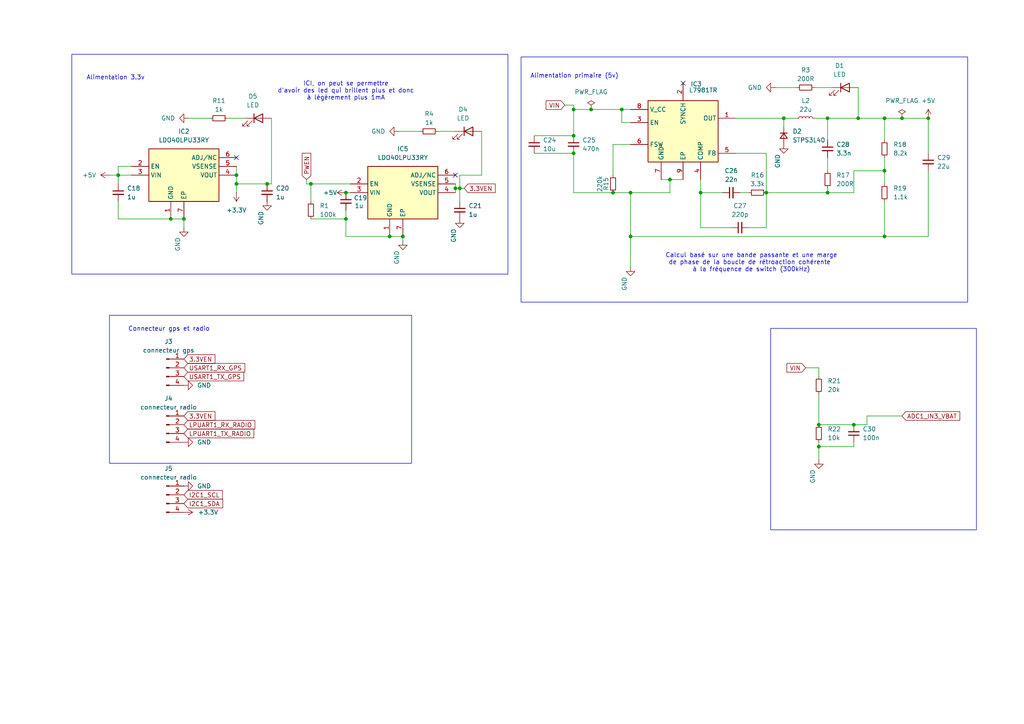
<source format=kicad_sch>
(kicad_sch (version 20250114) (generator "eeschema") (generator_version "9.0")
  (paper "A4")
  (lib_symbols
    (symbol "Connector:Conn_01x04_Pin" (pin_names (offset 1.016) (hide yes))
      (property "Reference" "J" (at 0 5.08 0))
      (property "Value" "Conn_01x04_Pin" (at 0 -7.62 0))
      (symbol "Conn_01x04_Pin_1_1"
        (rectangle (start 0.8636 2.667) (end 0 2.413) (stroke (width 0.1524)) (fill (type outline)))
        (rectangle (start 0.8636 0.127) (end 0 -0.127) (stroke (width 0.1524)) (fill (type outline)))
        (rectangle (start 0.8636 -2.413) (end 0 -2.667) (stroke (width 0.1524)) (fill (type outline)))
        (rectangle (start 0.8636 -4.953) (end 0 -5.207) (stroke (width 0.1524)) (fill (type outline)))
        (polyline (pts (xy 1.27 2.54) (xy 0.8636 2.54)) (stroke (width 0.1524)))
        (polyline (pts (xy 1.27 0) (xy 0.8636 0)) (stroke (width 0.1524)))
        (polyline (pts (xy 1.27 -2.54) (xy 0.8636 -2.54)) (stroke (width 0.1524)))
        (polyline (pts (xy 1.27 -5.08) (xy 0.8636 -5.08)) (stroke (width 0.1524)))
        (pin passive line (at 5.08 2.54 180) (length 3.81) (name "Pin_1") (number "1"))
        (pin passive line (at 5.08 0 180) (length 3.81) (name "Pin_2") (number "2"))
        (pin passive line (at 5.08 -2.54 180) (length 3.81) (name "Pin_3") (number "3"))
        (pin passive line (at 5.08 -5.08 180) (length 3.81) (name "Pin_4") (number "4"))
      )
    )
    (symbol "Device:C_Small" (pin_numbers (hide yes)) (pin_names (offset 0.254) (hide yes))
      (property "Reference" "C" (at 0.254 1.778 0))
      (property "Value" "C_Small" (at 0.254 -2.032 0))
      (symbol "C_Small_0_1"
        (polyline (pts (xy -1.524 0.508) (xy 1.524 0.508)) (stroke (width 0.3048)))
        (polyline (pts (xy -1.524 -0.508) (xy 1.524 -0.508)) (stroke (width 0.3302)))
      )
      (symbol "C_Small_1_1"
        (pin passive line (at 0 2.54 270) (length 2.032) (name "~") (number "1"))
        (pin passive line (at 0 -2.54 90) (length 2.032) (name "~") (number "2"))
      )
    )
    (symbol "Device:D_Small" (pin_numbers (hide yes)) (pin_names (offset 0.254) (hide yes))
      (property "Reference" "D" (at -1.27 2.032 0))
      (property "Value" "D_Small" (at -3.81 -2.032 0))
      (symbol "D_Small_0_1"
        (polyline (pts (xy -0.762 0) (xy 0.762 0)))
        (polyline (pts (xy -0.762 -1.016) (xy -0.762 1.016)) (stroke (width 0.254)))
        (polyline (pts (xy 0.762 -1.016) (xy -0.762 0) (xy 0.762 1.016) (xy 0.762 -1.016)) (stroke (width 0.254)))
      )
      (symbol "D_Small_1_1"
        (pin passive line (at -2.54 0 0) (length 1.778) (name "K") (number "1"))
        (pin passive line (at 2.54 0 180) (length 1.778) (name "A") (number "2"))
      )
    )
    (symbol "Device:LED" (pin_numbers (hide yes)) (pin_names (offset 1.016) (hide yes))
      (property "Reference" "D" (at 0 2.54 0))
      (property "Value" "LED" (at 0 -2.54 0))
      (symbol "LED_0_1"
        (polyline (pts (xy -3.048 -0.762) (xy -4.572 -2.286) (xy -3.81 -2.286) (xy -4.572 -2.286) (xy -4.572 -1.524)))
        (polyline (pts (xy -1.778 -0.762) (xy -3.302 -2.286) (xy -2.54 -2.286) (xy -3.302 -2.286) (xy -3.302 -1.524)))
        (polyline (pts (xy -1.27 0) (xy 1.27 0)))
        (polyline (pts (xy -1.27 -1.27) (xy -1.27 1.27)) (stroke (width 0.254)))
        (polyline (pts (xy 1.27 -1.27) (xy 1.27 1.27) (xy -1.27 0) (xy 1.27 -1.27)) (stroke (width 0.254)))
      )
      (symbol "LED_1_1"
        (pin passive line (at -3.81 0 0) (length 2.54) (name "K") (number "1"))
        (pin passive line (at 3.81 0 180) (length 2.54) (name "A") (number "2"))
      )
    )
    (symbol "Device:L_Small" (pin_numbers (hide yes)) (pin_names (offset 0.254) (hide yes))
      (property "Reference" "L" (at 0.762 1.016 0))
      (property "Value" "L_Small" (at 0.762 -1.016 0))
      (symbol "L_Small_0_1"
        (arc (start 0 2.032) (mid 0.5058 1.524) (end 0 1.016))
        (arc (start 0 1.016) (mid 0.5058 0.508) (end 0 0))
        (arc (start 0 0) (mid 0.5058 -0.508) (end 0 -1.016))
        (arc (start 0 -1.016) (mid 0.5058 -1.524) (end 0 -2.032))
      )
      (symbol "L_Small_1_1"
        (pin passive line (at 0 2.54 270) (length 0.508) (name "~") (number "1"))
        (pin passive line (at 0 -2.54 90) (length 0.508) (name "~") (number "2"))
      )
    )
    (symbol "Device:R_Small" (pin_numbers (hide yes)) (pin_names (offset 0.254) (hide yes))
      (property "Reference" "R" (at 0.762 0.508 0))
      (property "Value" "R_Small" (at 0.762 -1.016 0))
      (symbol "R_Small_0_1"
        (rectangle (start -0.762 1.778) (end 0.762 -1.778) (stroke (width 0.2032)))
      )
      (symbol "R_Small_1_1"
        (pin passive line (at 0 2.54 270) (length 0.762) (name "~") (number "1"))
        (pin passive line (at 0 -2.54 90) (length 0.762) (name "~") (number "2"))
      )
    )
    (symbol "L7981TR_1"
      (property "Reference" "IC" (at 26.67 7.62 0))
      (property "Value" "L7981TR" (at 26.67 5.08 0))
      (symbol "L7981TR_1_1_1"
        (rectangle (start 5.08 2.54) (end 25.4 -15.24) (stroke (width 0.254)) (fill (type background)))
        (pin passive line (at 0 0 0) (length 5.08) (name "V_CC") (number "8"))
        (pin passive line (at 0 -3.81 0) (length 5.08) (name "EN") (number "3"))
        (pin passive line (at 0 -10.16 0) (length 5.08) (name "FSW") (number "6"))
        (pin passive line (at 8.89 -20.32 90) (length 5.08) (name "GND") (number "7"))
        (pin passive line (at 15.24 7.62 270) (length 5.08) (name "SYNCH") (number "2"))
        (pin passive line (at 15.24 -20.32 90) (length 5.08) (name "EP") (number "9"))
        (pin passive line (at 20.32 -20.32 90) (length 5.08) (name "COMP") (number "4"))
        (pin passive line (at 30.48 -2.54 180) (length 5.08) (name "OUT") (number "1"))
        (pin passive line (at 30.48 -12.7 180) (length 5.08) (name "FB") (number "5"))
      )
    )
    (symbol "LD040PURY:LDO40LPU33RY"
      (property "Reference" "IC5" (at 15.24 7.62 0))
      (property "Value" "LDO40LPU33RY" (at 15.24 5.08 0))
      (symbol "LDO40LPU33RY_1_1"
        (rectangle (start 5.08 2.54) (end 25.4 -12.7) (stroke (width 0.254)) (fill (type background)))
        (pin passive line (at 0 -2.54 0) (length 5.08) (name "EN") (number "2"))
        (pin passive line (at 0 -5.08 0) (length 5.08) (name "VIN") (number "3"))
        (pin passive line (at 11.43 -17.78 90) (length 5.08) (name "GND") (number "1"))
        (pin passive line (at 15.24 -17.78 90) (length 5.08) (name "EP") (number "7"))
        (pin passive line (at 30.48 0 180) (length 5.08) (name "ADJ/NC") (number "6"))
        (pin passive line (at 30.48 -2.54 180) (length 5.08) (name "VSENSE") (number "5"))
        (pin passive line (at 30.48 -5.08 180) (length 5.08) (name "VOUT") (number "4"))
      )
    )
    (symbol "LDO40LPU33RY_1"
      (property "Reference" "IC2" (at 15.24 7.62 0))
      (property "Value" "LDO40LPU33RY" (at 15.24 5.08 0))
      (symbol "LDO40LPU33RY_1_1_1"
        (rectangle (start 5.08 2.54) (end 25.4 -12.7) (stroke (width 0.254)) (fill (type background)))
        (pin passive line (at 0 -2.54 0) (length 5.08) (name "EN") (number "2"))
        (pin passive line (at 0 -5.08 0) (length 5.08) (name "VIN") (number "3"))
        (pin passive line (at 11.43 -17.78 90) (length 5.08) (name "GND") (number "1"))
        (pin passive line (at 15.24 -17.78 90) (length 5.08) (name "EP") (number "7"))
        (pin passive line (at 30.48 0 180) (length 5.08) (name "ADJ/NC") (number "6"))
        (pin passive line (at 30.48 -2.54 180) (length 5.08) (name "VSENSE") (number "5"))
        (pin passive line (at 30.48 -5.08 180) (length 5.08) (name "VOUT") (number "4"))
      )
    )
    (symbol "power:+3.3V" (power) (pin_numbers (hide yes)) (pin_names (offset 0) (hide yes))
      (property "Value" "+3.3V" (at 0 3.556 0))
      (symbol "+3.3V_0_1"
        (polyline (pts (xy -0.762 1.27) (xy 0 2.54)))
        (polyline (pts (xy 0 2.54) (xy 0.762 1.27)))
        (polyline (pts (xy 0 0) (xy 0 2.54)))
      )
      (symbol "+3.3V_1_1"
        (pin power_in line (at 0 0 90) (length 0) (name "~") (number "1"))
      )
    )
    (symbol "power:+5V" (power) (pin_numbers (hide yes)) (pin_names (offset 0) (hide yes))
      (property "Value" "+5V" (at 0 3.556 0))
      (symbol "+5V_0_1"
        (polyline (pts (xy -0.762 1.27) (xy 0 2.54)))
        (polyline (pts (xy 0 2.54) (xy 0.762 1.27)))
        (polyline (pts (xy 0 0) (xy 0 2.54)))
      )
      (symbol "+5V_1_1"
        (pin power_in line (at 0 0 90) (length 0) (name "~") (number "1"))
      )
    )
    (symbol "power:GND" (power) (pin_numbers (hide yes)) (pin_names (offset 0) (hide yes))
      (property "Value" "GND" (at 0 -3.81 0))
      (symbol "GND_0_1"
        (polyline (pts (xy 0 0) (xy 0 -1.27) (xy 1.27 -1.27) (xy 0 -2.54) (xy -1.27 -1.27) (xy 0 -1.27)))
      )
      (symbol "GND_1_1"
        (pin power_in line (at 0 0 270) (length 0) (name "~") (number "1"))
      )
    )
    (symbol "power:PWR_FLAG" (power) (pin_numbers (hide yes)) (pin_names (offset 0) (hide yes))
      (property "Value" "PWR_FLAG" (at 0 3.81 0))
      (symbol "PWR_FLAG_0_0"
        (pin power_out line (at 0 0 90) (length 0) (name "~") (number "1"))
      )
      (symbol "PWR_FLAG_0_1"
        (polyline (pts (xy 0 0) (xy 0 1.27) (xy -1.016 1.905) (xy 0 2.54) (xy 1.016 1.905) (xy 0 1.27)))
      )
    )
  )
  (rectangle (start 151.13 16.51) (end 280.67 87.63))
  (rectangle (start 20.828 15.748) (end 147.32 79.502))
  (rectangle (start 223.52 95.25) (end 283.21 153.67))
  (rectangle (start 31.75 91.44) (end 119.38 134.366))
  (text "Alimentation primaire (5v)" (at 166.624 22.098 0) (effects (font (size 1.27 1.27))))
  (text "Alimentation 3.3v" (at 33.528 22.606 0) (effects (font (size 1.27 1.27))))
  (text "Connecteur gps et radio" (at 49.022 95.504 0) (effects (font (size 1.27 1.27))))
  (text "ICI, on peut se permettre\nd'avoir des led qui brillent plus et donc\nà légèrement plus 1mA" (at 100.33 26.416 0) (effects (font (size 1.27 1.27))))
  (text "Calcul basé sur une bande passante et une marge\nde phase de la boucle de rétroaction cohérente \nà la fréquence de switch (300kHz)" (at 217.932 76.2 0) (effects (font (size 1.27 1.27))))
  (junction (at 68.58 53.34))
  (junction (at 171.45 31.75))
  (junction (at 77.47 53.34))
  (junction (at 166.37 39.37))
  (junction (at 240.03 55.88))
  (junction (at 180.34 31.75))
  (junction (at 222.25 55.88))
  (junction (at 166.37 31.75))
  (junction (at 90.17 53.34))
  (junction (at 237.49 123.19))
  (junction (at 100.33 55.88))
  (junction (at 194.31 52.07))
  (junction (at 34.29 50.8))
  (junction (at 248.92 34.29))
  (junction (at 166.37 44.45))
  (junction (at 256.54 49.53))
  (junction (at 100.33 63.5))
  (junction (at 240.03 34.29))
  (junction (at 182.88 68.58))
  (junction (at 182.88 55.88))
  (junction (at 132.08 54.61))
  (junction (at 49.53 63.5))
  (junction (at 269.24 34.29))
  (junction (at 133.35 54.61))
  (junction (at 227.33 34.29))
  (junction (at 177.8 55.88))
  (junction (at 256.54 34.29))
  (junction (at 256.54 68.58))
  (junction (at 237.49 129.54))
  (junction (at 116.84 68.58))
  (junction (at 53.34 63.5))
  (junction (at 247.65 123.19))
  (junction (at 113.03 68.58))
  (junction (at 261.62 34.29))
  (junction (at 203.2 55.88))
  (junction (at 68.58 50.8))
  (no_connect (at 68.58 45.72))
  (no_connect (at 132.08 50.8))
  (no_connect (at 198.12 24.13))
  (wire (pts (xy 247.65 55.88) (xy 247.65 49.53)))
  (wire (pts (xy 133.35 54.61) (xy 134.62 54.61)))
  (wire (pts (xy 237.49 106.68) (xy 233.68 106.68)))
  (wire (pts (xy 177.8 41.91) (xy 177.8 50.8)))
  (wire (pts (xy 251.46 120.65) (xy 251.46 123.19)))
  (wire (pts (xy 247.65 49.53) (xy 256.54 49.53)))
  (wire (pts (xy 240.03 34.29) (xy 240.03 40.64)))
  (wire (pts (xy 236.22 25.4) (xy 241.3 25.4)))
  (wire (pts (xy 132.08 54.61) (xy 133.35 54.61)))
  (wire (pts (xy 191.77 52.07) (xy 194.31 52.07)))
  (wire (pts (xy 237.49 128.27) (xy 237.49 129.54)))
  (wire (pts (xy 34.29 50.8) (xy 38.1 50.8)))
  (wire (pts (xy 182.88 35.56) (xy 180.34 35.56)))
  (wire (pts (xy 166.37 30.48) (xy 163.83 30.48)))
  (wire (pts (xy 31.75 50.8) (xy 34.29 50.8)))
  (wire (pts (xy 237.49 109.22) (xy 237.49 106.68)))
  (wire (pts (xy 222.25 44.45) (xy 222.25 55.88)))
  (wire (pts (xy 248.92 34.29) (xy 240.03 34.29)))
  (wire (pts (xy 182.88 41.91) (xy 177.8 41.91)))
  (wire (pts (xy 133.35 54.61) (xy 133.35 58.42)))
  (wire (pts (xy 261.62 34.29) (xy 256.54 34.29)))
  (wire (pts (xy 180.34 31.75) (xy 171.45 31.75)))
  (wire (pts (xy 222.25 55.88) (xy 240.03 55.88)))
  (wire (pts (xy 182.88 77.47) (xy 182.88 68.58)))
  (wire (pts (xy 139.7 38.1) (xy 139.7 50.8)))
  (wire (pts (xy 54.61 34.29) (xy 60.96 34.29)))
  (wire (pts (xy 100.33 60.96) (xy 100.33 63.5)))
  (wire (pts (xy 194.31 52.07) (xy 198.12 52.07)))
  (wire (pts (xy 194.31 55.88) (xy 194.31 52.07)))
  (wire (pts (xy 203.2 55.88) (xy 209.55 55.88)))
  (wire (pts (xy 139.7 50.8) (xy 133.35 50.8)))
  (wire (pts (xy 269.24 34.29) (xy 261.62 34.29)))
  (wire (pts (xy 68.58 48.26) (xy 68.58 50.8)))
  (wire (pts (xy 213.36 44.45) (xy 222.25 44.45)))
  (wire (pts (xy 53.34 66.04) (xy 53.34 63.5)))
  (wire (pts (xy 154.94 39.37) (xy 166.37 39.37)))
  (wire (pts (xy 237.49 129.54) (xy 237.49 133.35)))
  (wire (pts (xy 256.54 58.42) (xy 256.54 68.58)))
  (wire (pts (xy 203.2 66.04) (xy 203.2 55.88)))
  (wire (pts (xy 182.88 68.58) (xy 182.88 55.88)))
  (wire (pts (xy 256.54 68.58) (xy 269.24 68.58)))
  (wire (pts (xy 227.33 34.29) (xy 227.33 36.83)))
  (wire (pts (xy 100.33 68.58) (xy 113.03 68.58)))
  (wire (pts (xy 68.58 53.34) (xy 68.58 55.88)))
  (wire (pts (xy 34.29 58.42) (xy 34.29 63.5)))
  (wire (pts (xy 133.35 50.8) (xy 133.35 54.61)))
  (wire (pts (xy 240.03 55.88) (xy 240.03 54.61)))
  (wire (pts (xy 100.33 55.88) (xy 101.6 55.88)))
  (wire (pts (xy 166.37 31.75) (xy 166.37 39.37)))
  (wire (pts (xy 247.65 128.27) (xy 247.65 129.54)))
  (wire (pts (xy 237.49 114.3) (xy 237.49 123.19)))
  (wire (pts (xy 113.03 68.58) (xy 116.84 68.58)))
  (wire (pts (xy 116.84 69.85) (xy 116.84 68.58)))
  (wire (pts (xy 212.09 66.04) (xy 203.2 66.04)))
  (wire (pts (xy 171.45 31.75) (xy 166.37 31.75)))
  (wire (pts (xy 256.54 68.58) (xy 182.88 68.58)))
  (wire (pts (xy 182.88 55.88) (xy 194.31 55.88)))
  (wire (pts (xy 166.37 30.48) (xy 166.37 31.75)))
  (wire (pts (xy 240.03 55.88) (xy 247.65 55.88)))
  (wire (pts (xy 68.58 50.8) (xy 68.58 53.34)))
  (wire (pts (xy 90.17 53.34) (xy 101.6 53.34)))
  (wire (pts (xy 132.08 53.34) (xy 132.08 54.61)))
  (wire (pts (xy 203.2 55.88) (xy 203.2 52.07)))
  (wire (pts (xy 49.53 63.5) (xy 53.34 63.5)))
  (wire (pts (xy 182.88 31.75) (xy 180.34 31.75)))
  (wire (pts (xy 88.9 52.07) (xy 88.9 53.34)))
  (wire (pts (xy 90.17 53.34) (xy 90.17 58.42)))
  (wire (pts (xy 115.57 38.1) (xy 121.92 38.1)))
  (wire (pts (xy 127 38.1) (xy 132.08 38.1)))
  (wire (pts (xy 78.74 34.29) (xy 78.74 53.34)))
  (wire (pts (xy 34.29 63.5) (xy 49.53 63.5)))
  (wire (pts (xy 256.54 49.53) (xy 256.54 53.34)))
  (wire (pts (xy 256.54 45.72) (xy 256.54 49.53)))
  (wire (pts (xy 269.24 68.58) (xy 269.24 49.53)))
  (wire (pts (xy 240.03 45.72) (xy 240.03 49.53)))
  (wire (pts (xy 247.65 129.54) (xy 237.49 129.54)))
  (wire (pts (xy 261.62 120.65) (xy 251.46 120.65)))
  (wire (pts (xy 88.9 53.34) (xy 90.17 53.34)))
  (wire (pts (xy 68.58 53.34) (xy 77.47 53.34)))
  (wire (pts (xy 237.49 123.19) (xy 247.65 123.19)))
  (wire (pts (xy 227.33 34.29) (xy 231.14 34.29)))
  (wire (pts (xy 34.29 50.8) (xy 34.29 53.34)))
  (wire (pts (xy 132.08 54.61) (xy 132.08 55.88)))
  (wire (pts (xy 34.29 48.26) (xy 34.29 50.8)))
  (wire (pts (xy 251.46 123.19) (xy 247.65 123.19)))
  (wire (pts (xy 180.34 35.56) (xy 180.34 31.75)))
  (wire (pts (xy 154.94 44.45) (xy 166.37 44.45)))
  (wire (pts (xy 166.37 55.88) (xy 177.8 55.88)))
  (wire (pts (xy 213.36 34.29) (xy 227.33 34.29)))
  (wire (pts (xy 100.33 63.5) (xy 100.33 68.58)))
  (wire (pts (xy 166.37 44.45) (xy 166.37 55.88)))
  (wire (pts (xy 214.63 55.88) (xy 217.17 55.88)))
  (wire (pts (xy 78.74 53.34) (xy 77.47 53.34)))
  (wire (pts (xy 236.22 34.29) (xy 240.03 34.29)))
  (wire (pts (xy 248.92 25.4) (xy 248.92 34.29)))
  (wire (pts (xy 38.1 48.26) (xy 34.29 48.26)))
  (wire (pts (xy 256.54 34.29) (xy 248.92 34.29)))
  (wire (pts (xy 66.04 34.29) (xy 71.12 34.29)))
  (wire (pts (xy 177.8 55.88) (xy 182.88 55.88)))
  (wire (pts (xy 90.17 63.5) (xy 100.33 63.5)))
  (wire (pts (xy 222.25 66.04) (xy 217.17 66.04)))
  (wire (pts (xy 224.79 25.4) (xy 231.14 25.4)))
  (wire (pts (xy 269.24 44.45) (xy 269.24 34.29)))
  (wire (pts (xy 222.25 55.88) (xy 222.25 66.04)))
  (wire (pts (xy 256.54 40.64) (xy 256.54 34.29)))
  (global_label "LPUART1_RX_RADIO" (shape input) (at 53.34 123.19 0) (property "Intersheetrefs" "${INTERSHEET_REFS}" (effects (hide yes))))
  (global_label "3.3VEN" (shape input) (at 53.34 120.65 0) (property "Intersheetrefs" "${INTERSHEET_REFS}" (effects (hide yes))))
  (global_label "VIN" (shape input) (at 233.68 106.68 180) (property "Intersheetrefs" "${INTERSHEET_REFS}" (effects (hide yes))))
  (global_label "USART1_TX_GPS" (shape input) (at 53.34 109.22 0) (property "Intersheetrefs" "${INTERSHEET_REFS}" (effects (hide yes))))
  (global_label "3.3VEN" (shape input) (at 134.62 54.61 0) (property "Intersheetrefs" "${INTERSHEET_REFS}" (effects (hide yes))))
  (global_label "I2C1_SCL" (shape input) (at 53.34 143.51 0) (property "Intersheetrefs" "${INTERSHEET_REFS}" (effects (hide yes))))
  (global_label "USART1_RX_GPS" (shape input) (at 53.34 106.68 0) (property "Intersheetrefs" "${INTERSHEET_REFS}" (effects (hide yes))))
  (global_label "ADC1_IN3_VBAT" (shape input) (at 261.62 120.65 0) (property "Intersheetrefs" "${INTERSHEET_REFS}" (effects (hide yes))))
  (global_label "VIN" (shape input) (at 163.83 30.48 180) (property "Intersheetrefs" "${INTERSHEET_REFS}" (effects (hide yes))))
  (global_label "I2C1_SDA" (shape input) (at 53.34 146.05 0) (property "Intersheetrefs" "${INTERSHEET_REFS}" (effects (hide yes))))
  (global_label "3.3VEN" (shape input) (at 53.34 104.14 0) (property "Intersheetrefs" "${INTERSHEET_REFS}" (effects (hide yes))))
  (global_label "PWEN" (shape input) (at 88.9 52.07 90) (property "Intersheetrefs" "${INTERSHEET_REFS}" (effects (hide yes))))
  (global_label "LPUART1_TX_RADIO" (shape input) (at 53.34 125.73 0) (property "Intersheetrefs" "${INTERSHEET_REFS}" (effects (hide yes))))
  (symbol (lib_id "Device:D_Small") (at 227.33 39.37 270) (unit 1)
    (property "Reference" "D2" (at 229.87 38.0999 90) (effects (justify left)))
    (property "Value" "STPS3L40" (at 229.87 40.6399 90) (effects (justify left)))
    (property "Footprint" "Diode_SMD:D_SMB_Handsoldering" (effects (hide yes)))
    (property "Description" "Diode, small symbol" (effects (hide yes)))
    (property "Sim.Device" "D" (effects (hide yes)))
    (property "Sim.Pins" "1=K 2=A" (effects (hide yes)))
  )
  (symbol (lib_id "power:GND") (at 224.79 25.4 270) (unit 1)
    (property "Reference" "#PWR04" (effects (hide yes)))
    (property "Value" "GND" (at 220.98 25.3999 90) (effects (justify right)))
    (property "Description" "Power symbol creates a global label with name \"GND\" , ground" (effects (hide yes)))
  )
  (symbol (lib_id "power:GND") (at 237.49 133.35 0) (unit 1)
    (property "Reference" "#PWR039" (effects (hide yes)))
    (property "Value" "GND" (at 235.712 136.144 90) (effects (justify right)))
    (property "Description" "Power symbol creates a global label with name \"GND\" , ground" (effects (hide yes)))
  )
  (symbol (lib_id "Device:C_Small") (at 133.35 60.96 0) (unit 1)
    (property "Reference" "C21" (at 135.89 59.6962 0) (effects (justify left)))
    (property "Value" "1u" (at 135.89 62.2362 0) (effects (justify left)))
    (property "Footprint" "Capacitor_SMD:C_0402_1005Metric_Pad0.74x0.62mm_HandSolder" (effects (hide yes)))
    (property "Description" "Unpolarized capacitor, small symbol" (effects (hide yes)))
  )
  (symbol (lib_id "Device:R_Small") (at 240.03 52.07 0) (unit 1)
    (property "Reference" "R17" (at 242.57 50.7999 0) (effects (justify left)))
    (property "Value" "200R" (at 242.57 53.3399 0) (effects (justify left)))
    (property "Footprint" "Resistor_SMD:R_0402_1005Metric_Pad0.72x0.64mm_HandSolder" (effects (hide yes)))
    (property "Description" "Resistor, small symbol" (effects (hide yes)))
  )
  (symbol (lib_id "power:+5V") (at 269.24 34.29 0) (unit 1)
    (property "Reference" "#PWR029" (effects (hide yes)))
    (property "Value" "+5V" (at 269.24 29.21 0))
    (property "Description" "Power symbol creates a global label with name \"+5V\"" (effects (hide yes)))
  )
  (symbol (lib_id "power:GND") (at 53.34 111.76 90) (unit 1)
    (property "Reference" "#PWR049" (effects (hide yes)))
    (property "Value" "GND" (at 57.15 111.7599 90) (effects (justify right)))
    (property "Description" "Power symbol creates a global label with name \"GND\" , ground" (effects (hide yes)))
  )
  (symbol (lib_id "Device:LED") (at 135.89 38.1 0) (unit 1)
    (property "Reference" "D4" (at 134.3025 31.75 0))
    (property "Value" "LED" (at 134.3025 34.29 0))
    (property "Footprint" "LED_SMD:LED_0603_1608Metric_Pad1.05x0.95mm_HandSolder" (effects (hide yes)))
    (property "Description" "Light emitting diode" (effects (hide yes)))
  )
  (symbol (lib_id "power:GND") (at 53.34 66.04 0) (unit 1)
    (property "Reference" "#PWR045" (effects (hide yes)))
    (property "Value" "GND" (at 51.562 68.834 90) (effects (justify right)))
    (property "Description" "Power symbol creates a global label with name \"GND\" , ground" (effects (hide yes)))
  )
  (symbol (lib_id "Device:LED") (at 245.11 25.4 0) (unit 1)
    (property "Reference" "D1" (at 243.5225 19.05 0))
    (property "Value" "LED" (at 243.5225 21.59 0))
    (property "Footprint" "LED_SMD:LED_0603_1608Metric_Pad1.05x0.95mm_HandSolder" (effects (hide yes)))
    (property "Description" "Light emitting diode" (effects (hide yes)))
  )
  (symbol (lib_id "power:GND") (at 182.88 77.47 0) (unit 1)
    (property "Reference" "#PWR025" (effects (hide yes)))
    (property "Value" "GND" (at 181.102 80.264 90) (effects (justify right)))
    (property "Description" "Power symbol creates a global label with name \"GND\" , ground" (effects (hide yes)))
  )
  (symbol (lib_id "Device:R_Small") (at 256.54 43.18 0) (unit 1)
    (property "Reference" "R18" (at 259.08 41.9099 0) (effects (justify left)))
    (property "Value" "8.2k" (at 259.08 44.4499 0) (effects (justify left)))
    (property "Footprint" "Resistor_SMD:R_0402_1005Metric_Pad0.72x0.64mm_HandSolder" (effects (hide yes)))
    (property "Description" "Resistor, small symbol" (effects (hide yes)))
  )
  (symbol (lib_id "Device:R_Small") (at 124.46 38.1 90) (unit 1)
    (property "Reference" "R4" (at 124.46 33.02 90))
    (property "Value" "1k" (at 124.46 35.56 90))
    (property "Footprint" "Resistor_SMD:R_0402_1005Metric_Pad0.72x0.64mm_HandSolder" (effects (hide yes)))
    (property "Description" "Resistor, small symbol" (effects (hide yes)))
  )
  (symbol (lib_id "power:PWR_FLAG") (at 261.62 34.29 0) (unit 1)
    (property "Reference" "#FLG05" (effects (hide yes)))
    (property "Value" "PWR_FLAG" (at 261.62 29.21 0))
    (property "Description" "Special symbol for telling ERC where power comes from" (effects (hide yes)))
  )
  (symbol (lib_id "Device:R_Small") (at 90.17 60.96 0) (unit 1)
    (property "Reference" "R1" (at 92.71 59.6899 0) (effects (justify left)))
    (property "Value" "100k" (at 92.71 62.2299 0) (effects (justify left)))
    (property "Footprint" "Resistor_SMD:R_0402_1005Metric_Pad0.72x0.64mm_HandSolder" (effects (hide yes)))
    (property "Description" "Resistor, small symbol" (effects (hide yes)))
  )
  (symbol (lib_name "L7981TR_1") (lib_id "L7981TR:L7981TR") (at 182.88 31.75 0) (unit 1)
    (property "Reference" "IC3" (at 201.93 24.384 0))
    (property "Value" "L7981TR" (at 203.962 26.162 0))
    (property "Footprint" "L7981:SON50P300X300X100-9N-D" (effects (hide yes)))
    (property "Datasheet" "https://www.st.com/resource/en/datasheet/l7981.pdf" (effects (hide yes)))
    (property "Description" "Conv DC-DC 4.5V to 28V Synchronous Step Down Single-Out 0.6V to 28V 3A 8-Pin VFQFPN T/R" (effects (hide yes)))
    (property "Height" "1" (effects (hide yes)))
    (property "Manufacturer_Name" "STMicroelectronics" (effects (hide yes)))
    (property "Manufacturer_Part_Number" "L7981TR" (effects (hide yes)))
    (property "Mouser Part Number" "511-L7981TR" (effects (hide yes)))
    (property "Mouser Price/Stock" "https://www.mouser.co.uk/ProductDetail/STMicroelectronics/L7981TR?qs=G5few1MRhWqTaPtAUnDRAw%3D%3D" (effects (hide yes)))
    (property "Arrow Part Number" "L7981TR" (effects (hide yes)))
    (property "Arrow Price/Stock" "https://www.arrow.com/en/products/l7981tr/stmicroelectronics" (effects (hide yes)))
  )
  (symbol (lib_id "power:GND") (at 53.34 140.97 90) (unit 1)
    (property "Reference" "#PWR036" (effects (hide yes)))
    (property "Value" "GND" (at 57.15 140.9699 90) (effects (justify right)))
    (property "Description" "Power symbol creates a global label with name \"GND\" , ground" (effects (hide yes)))
  )
  (symbol (lib_id "Device:C_Small") (at 77.47 55.88 0) (unit 1)
    (property "Reference" "C20" (at 80.01 54.6162 0) (effects (justify left)))
    (property "Value" "1u" (at 80.01 57.1562 0) (effects (justify left)))
    (property "Footprint" "Capacitor_SMD:C_0402_1005Metric_Pad0.74x0.62mm_HandSolder" (effects (hide yes)))
    (property "Description" "Unpolarized capacitor, small symbol" (effects (hide yes)))
  )
  (symbol (lib_id "Device:C_Small") (at 212.09 55.88 90) (unit 1)
    (property "Reference" "C26" (at 212.0963 49.53 90))
    (property "Value" "22n" (at 212.0963 52.07 90))
    (property "Footprint" "Capacitor_SMD:C_0402_1005Metric_Pad0.74x0.62mm_HandSolder" (effects (hide yes)))
    (property "Description" "Unpolarized capacitor, small symbol" (effects (hide yes)))
  )
  (symbol (lib_id "Connector:Conn_01x04_Pin") (at 48.26 123.19 0) (unit 1)
    (property "Reference" "J4" (at 48.895 115.57 0))
    (property "Value" "connecteur radio" (at 48.895 118.11 0))
    (property "Footprint" "Connector_JST:JST_SH_BM04B-SRSS-TB_1x04-1MP_P1.00mm_Vertical" (effects (hide yes)))
    (property "Description" "Generic connector, single row, 01x04, script generated" (effects (hide yes)))
  )
  (symbol (lib_id "Device:C_Small") (at 166.37 41.91 0) (unit 1)
    (property "Reference" "C25" (at 168.91 40.6462 0) (effects (justify left)))
    (property "Value" "470n" (at 168.91 43.1862 0) (effects (justify left)))
    (property "Footprint" "Capacitor_SMD:C_0402_1005Metric_Pad0.74x0.62mm_HandSolder" (effects (hide yes)))
    (property "Description" "Unpolarized capacitor, small symbol" (effects (hide yes)))
  )
  (symbol (lib_id "Device:L_Small") (at 233.68 34.29 90) (unit 1)
    (property "Reference" "L2" (at 233.68 29.21 90))
    (property "Value" "22u" (at 233.68 31.75 90))
    (property "Footprint" "inductancewurth:INDPM7373X340N" (effects (hide yes)))
    (property "Description" "Inductor, small symbol" (effects (hide yes)))
  )
  (symbol (lib_id "Device:R_Small") (at 219.71 55.88 90) (unit 1)
    (property "Reference" "R16" (at 219.71 50.8 90))
    (property "Value" "3.3k" (at 219.71 53.34 90))
    (property "Footprint" "Resistor_SMD:R_0402_1005Metric_Pad0.72x0.64mm_HandSolder" (effects (hide yes)))
    (property "Description" "Resistor, small symbol" (effects (hide yes)))
  )
  (symbol (lib_id "power:GND") (at 227.33 41.91 0) (unit 1)
    (property "Reference" "#PWR028" (effects (hide yes)))
    (property "Value" "GND" (at 225.552 44.704 90) (effects (justify right)))
    (property "Description" "Power symbol creates a global label with name \"GND\" , ground" (effects (hide yes)))
  )
  (symbol (lib_id "Device:C_Small") (at 269.24 46.99 0) (unit 1)
    (property "Reference" "C29" (at 271.78 45.7262 0) (effects (justify left)))
    (property "Value" "22u" (at 271.78 48.2662 0) (effects (justify left)))
    (property "Footprint" "Capacitor_SMD:C_1210_3225Metric_Pad1.33x2.70mm_HandSolder" (effects (hide yes)))
    (property "Description" "Unpolarized capacitor, small symbol" (effects (hide yes)))
  )
  (symbol (lib_id "Connector:Conn_01x04_Pin") (at 48.26 143.51 0) (unit 1)
    (property "Reference" "J5" (at 48.895 135.89 0))
    (property "Value" "connecteur radio" (at 48.895 138.43 0))
    (property "Footprint" "Connector_JST:JST_SH_BM04B-SRSS-TB_1x04-1MP_P1.00mm_Vertical" (effects (hide yes)))
    (property "Description" "Generic connector, single row, 01x04, script generated" (effects (hide yes)))
  )
  (symbol (lib_id "LD040PURY:LDO40LPU33RY") (at 101.6 50.8 0) (unit 1)
    (property "Reference" "IC5" (at 116.84 43.18 0))
    (property "Value" "LDO40LPU33RY" (at 116.84 45.72 0))
    (property "Footprint" "LDO40PURY:SON95P300X300X90-7N-D" (effects (hide yes)))
    (property "Datasheet" "https://www.st.com/resource/en/datasheet/ldo40l.pdf" (effects (hide yes)))
    (property "Description" "LDO Voltage Regulators POWER MANAGEMENT" (effects (hide yes)))
    (property "Height" "0.9" (effects (hide yes)))
    (property "Manufacturer_Name" "STMicroelectronics" (effects (hide yes)))
    (property "Manufacturer_Part_Number" "LDO40LPU33RY" (effects (hide yes)))
    (property "Mouser Part Number" "511-LDO40LPU33RY" (effects (hide yes)))
    (property "Mouser Price/Stock" "https://www.mouser.co.uk/ProductDetail/STMicroelectronics/LDO40LPU33RY?qs=qSfuJ%252Bfl%2Fd5qazWclm%2Ffpg%3D%3D" (effects (hide yes)))
    (property "Arrow Part Number" "LDO40LPU33RY" (effects (hide yes)))
    (property "Arrow Price/Stock" "https://www.arrow.com/en/products/ldo40lpu33ry/stmicroelectronics?utm_currency=USD&region=europe" (effects (hide yes)))
  )
  (symbol (lib_id "Device:C_Small") (at 34.29 55.88 0) (unit 1)
    (property "Reference" "C18" (at 36.83 54.6162 0) (effects (justify left)))
    (property "Value" "1u" (at 36.83 57.1562 0) (effects (justify left)))
    (property "Footprint" "Capacitor_SMD:C_0402_1005Metric_Pad0.74x0.62mm_HandSolder" (effects (hide yes)))
    (property "Description" "Unpolarized capacitor, small symbol" (effects (hide yes)))
  )
  (symbol (lib_id "Device:C_Small") (at 214.63 66.04 90) (unit 1)
    (property "Reference" "C27" (at 214.6363 59.69 90))
    (property "Value" "220p" (at 214.6363 62.23 90))
    (property "Footprint" "Capacitor_SMD:C_0402_1005Metric_Pad0.74x0.62mm_HandSolder" (effects (hide yes)))
    (property "Description" "Unpolarized capacitor, small symbol" (effects (hide yes)))
  )
  (symbol (lib_id "power:PWR_FLAG") (at 171.45 31.75 0) (unit 1)
    (property "Reference" "#FLG04" (effects (hide yes)))
    (property "Value" "PWR_FLAG" (at 171.45 26.67 0))
    (property "Description" "Special symbol for telling ERC where power comes from" (effects (hide yes)))
  )
  (symbol (lib_id "power:GND") (at 133.35 63.5 0) (unit 1)
    (property "Reference" "#PWR054" (effects (hide yes)))
    (property "Value" "GND" (at 131.572 66.294 90) (effects (justify right)))
    (property "Description" "Power symbol creates a global label with name \"GND\" , ground" (effects (hide yes)))
  )
  (symbol (lib_id "power:+3.3V") (at 68.58 55.88 180) (unit 1)
    (property "Reference" "#PWR027" (effects (hide yes)))
    (property "Value" "+3.3V" (at 68.58 60.96 0))
    (property "Description" "Power symbol creates a global label with name \"+3.3V\"" (effects (hide yes)))
  )
  (symbol (lib_id "power:GND") (at 77.47 58.42 0) (unit 1)
    (property "Reference" "#PWR053" (effects (hide yes)))
    (property "Value" "GND" (at 75.692 61.214 90) (effects (justify right)))
    (property "Description" "Power symbol creates a global label with name \"GND\" , ground" (effects (hide yes)))
  )
  (symbol (lib_id "power:GND") (at 115.57 38.1 270) (unit 1)
    (property "Reference" "#PWR05" (effects (hide yes)))
    (property "Value" "GND" (at 111.76 38.0999 90) (effects (justify right)))
    (property "Description" "Power symbol creates a global label with name \"GND\" , ground" (effects (hide yes)))
  )
  (symbol (lib_id "Device:R_Small") (at 237.49 111.76 180) (unit 1)
    (property "Reference" "R21" (at 240.03 110.4899 0) (effects (justify right)))
    (property "Value" "20k" (at 240.03 113.0299 0) (effects (justify right)))
    (property "Footprint" "Resistor_SMD:R_0402_1005Metric_Pad0.72x0.64mm_HandSolder" (effects (hide yes)))
    (property "Description" "Resistor, small symbol" (effects (hide yes)))
  )
  (symbol (lib_id "Device:R_Small") (at 233.68 25.4 90) (unit 1)
    (property "Reference" "R3" (at 233.68 20.32 90))
    (property "Value" "200R" (at 233.68 22.86 90))
    (property "Footprint" "Resistor_SMD:R_0402_1005Metric_Pad0.72x0.64mm_HandSolder" (effects (hide yes)))
    (property "Description" "Resistor, small symbol" (effects (hide yes)))
  )
  (symbol (lib_id "power:+5V") (at 100.33 55.88 90) (unit 1)
    (property "Reference" "#PWR026" (effects (hide yes)))
    (property "Value" "+5V" (at 95.758 55.88 90))
    (property "Description" "Power symbol creates a global label with name \"+5V\"" (effects (hide yes)))
  )
  (symbol (lib_id "Device:R_Small") (at 256.54 55.88 0) (unit 1)
    (property "Reference" "R19" (at 259.08 54.6099 0) (effects (justify left)))
    (property "Value" "1.1k" (at 259.08 57.1499 0) (effects (justify left)))
    (property "Footprint" "Resistor_SMD:R_0402_1005Metric_Pad0.72x0.64mm_HandSolder" (effects (hide yes)))
    (property "Description" "Resistor, small symbol" (effects (hide yes)))
  )
  (symbol (lib_id "Device:C_Small") (at 240.03 43.18 0) (unit 1)
    (property "Reference" "C28" (at 242.57 41.9162 0) (effects (justify left)))
    (property "Value" "3.3n" (at 242.57 44.4562 0) (effects (justify left)))
    (property "Footprint" "Capacitor_SMD:C_0402_1005Metric_Pad0.74x0.62mm_HandSolder" (effects (hide yes)))
    (property "Description" "Unpolarized capacitor, small symbol" (effects (hide yes)))
  )
  (symbol (lib_id "Device:R_Small") (at 177.8 53.34 0) (unit 1)
    (property "Reference" "R15" (at 175.768 53.34 90))
    (property "Value" "220k" (at 173.99 53.34 90))
    (property "Footprint" "Resistor_SMD:R_0402_1005Metric_Pad0.72x0.64mm_HandSolder" (effects (hide yes)))
    (property "Description" "Resistor, small symbol" (effects (hide yes)))
  )
  (symbol (lib_id "Device:C_Small") (at 154.94 41.91 0) (unit 1)
    (property "Reference" "C24" (at 157.48 40.6462 0) (effects (justify left)))
    (property "Value" "10u" (at 157.48 43.1862 0) (effects (justify left)))
    (property "Footprint" "Capacitor_SMD:C_1210_3225Metric_Pad1.33x2.70mm_HandSolder" (effects (hide yes)))
    (property "Description" "Unpolarized capacitor, small symbol" (effects (hide yes)))
  )
  (symbol (lib_id "Device:C_Small") (at 100.33 58.42 0) (unit 1)
    (property "Reference" "C19" (at 102.616 57.404 0) (effects (justify left)))
    (property "Value" "1u" (at 102.87 59.6962 0) (effects (justify left)))
    (property "Footprint" "Capacitor_SMD:C_0402_1005Metric_Pad0.74x0.62mm_HandSolder" (effects (hide yes)))
    (property "Description" "Unpolarized capacitor, small symbol" (effects (hide yes)))
  )
  (symbol (lib_id "power:GND") (at 116.84 69.85 0) (unit 1)
    (property "Reference" "#PWR052" (effects (hide yes)))
    (property "Value" "GND" (at 115.062 72.644 90) (effects (justify right)))
    (property "Description" "Power symbol creates a global label with name \"GND\" , ground" (effects (hide yes)))
  )
  (symbol (lib_id "Device:R_Small") (at 63.5 34.29 90) (unit 1)
    (property "Reference" "R11" (at 63.5 29.21 90))
    (property "Value" "1k" (at 63.5 31.75 90))
    (property "Footprint" "Resistor_SMD:R_0402_1005Metric_Pad0.72x0.64mm_HandSolder" (effects (hide yes)))
    (property "Description" "Resistor, small symbol" (effects (hide yes)))
  )
  (symbol (lib_id "Device:C_Small") (at 247.65 125.73 180) (unit 1)
    (property "Reference" "C30" (at 250.19 124.4535 0) (effects (justify right)))
    (property "Value" "100n" (at 250.19 126.9935 0) (effects (justify right)))
    (property "Footprint" "Capacitor_SMD:C_0402_1005Metric_Pad0.74x0.62mm_HandSolder" (effects (hide yes)))
    (property "Description" "Unpolarized capacitor, small symbol" (effects (hide yes)))
  )
  (symbol (lib_id "Device:R_Small") (at 237.49 125.73 180) (unit 1)
    (property "Reference" "R22" (at 240.03 124.4599 0) (effects (justify right)))
    (property "Value" "10k" (at 240.03 126.9999 0) (effects (justify right)))
    (property "Footprint" "Resistor_SMD:R_0402_1005Metric_Pad0.72x0.64mm_HandSolder" (effects (hide yes)))
    (property "Description" "Resistor, small symbol" (effects (hide yes)))
  )
  (symbol (lib_id "power:GND") (at 53.34 128.27 90) (unit 1)
    (property "Reference" "#PWR035" (effects (hide yes)))
    (property "Value" "GND" (at 57.15 128.2699 90) (effects (justify right)))
    (property "Description" "Power symbol creates a global label with name \"GND\" , ground" (effects (hide yes)))
  )
  (symbol (lib_name "LDO40LPU33RY_1") (lib_id "LD040PURY:LDO40LPU33RY") (at 38.1 45.72 0) (unit 1)
    (property "Reference" "IC2" (at 53.34 38.1 0))
    (property "Value" "LDO40LPU33RY" (at 53.34 40.64 0))
    (property "Footprint" "LDO40PURY:SON95P300X300X90-7N-D" (effects (hide yes)))
    (property "Datasheet" "https://www.st.com/resource/en/datasheet/ldo40l.pdf" (effects (hide yes)))
    (property "Description" "LDO Voltage Regulators POWER MANAGEMENT" (effects (hide yes)))
    (property "Height" "0.9" (effects (hide yes)))
    (property "Manufacturer_Name" "STMicroelectronics" (effects (hide yes)))
    (property "Manufacturer_Part_Number" "LDO40LPU33RY" (effects (hide yes)))
    (property "Mouser Part Number" "511-LDO40LPU33RY" (effects (hide yes)))
    (property "Mouser Price/Stock" "https://www.mouser.co.uk/ProductDetail/STMicroelectronics/LDO40LPU33RY?qs=qSfuJ%252Bfl%2Fd5qazWclm%2Ffpg%3D%3D" (effects (hide yes)))
    (property "Arrow Part Number" "LDO40LPU33RY" (effects (hide yes)))
    (property "Arrow Price/Stock" "https://www.arrow.com/en/products/ldo40lpu33ry/stmicroelectronics?utm_currency=USD&region=europe" (effects (hide yes)))
  )
  (symbol (lib_id "power:GND") (at 54.61 34.29 270) (unit 1)
    (property "Reference" "#PWR032" (effects (hide yes)))
    (property "Value" "GND" (at 50.8 34.2899 90) (effects (justify right)))
    (property "Description" "Power symbol creates a global label with name \"GND\" , ground" (effects (hide yes)))
  )
  (symbol (lib_id "power:+5V") (at 31.75 50.8 90) (unit 1)
    (property "Reference" "#PWR024" (effects (hide yes)))
    (property "Value" "+5V" (at 27.94 50.7999 90) (effects (justify left)))
    (property "Description" "Power symbol creates a global label with name \"+5V\"" (effects (hide yes)))
  )
  (symbol (lib_id "power:+3.3V") (at 53.34 148.59 270) (unit 1)
    (property "Reference" "#PWR033" (effects (hide yes)))
    (property "Value" "+3.3V" (at 57.404 148.59 90) (effects (justify left)))
    (property "Description" "Power symbol creates a global label with name \"+3.3V\"" (effects (hide yes)))
  )
  (symbol (lib_id "Device:LED") (at 74.93 34.29 0) (unit 1)
    (property "Reference" "D5" (at 73.3425 27.94 0))
    (property "Value" "LED" (at 73.3425 30.48 0))
    (property "Footprint" "LED_SMD:LED_0603_1608Metric_Pad1.05x0.95mm_HandSolder" (effects (hide yes)))
    (property "Description" "Light emitting diode" (effects (hide yes)))
  )
  (symbol (lib_id "Connector:Conn_01x04_Pin") (at 48.26 106.68 0) (unit 1)
    (property "Reference" "J3" (at 48.895 99.06 0))
    (property "Value" "connecteur gps" (at 48.895 101.6 0))
    (property "Footprint" "Connector_JST:JST_SH_BM04B-SRSS-TB_1x04-1MP_P1.00mm_Vertical" (effects (hide yes)))
    (property "Description" "Generic connector, single row, 01x04, script generated" (effects (hide yes)))
  )
)
</source>
